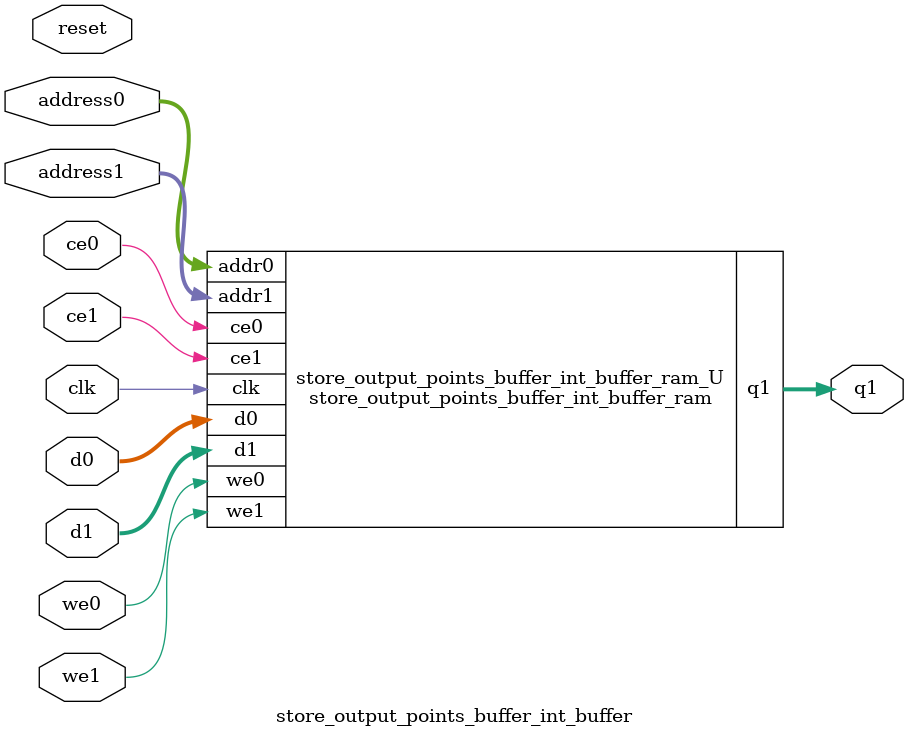
<source format=v>

`timescale 1 ns / 1 ps
module store_output_points_buffer_int_buffer_ram (addr0, ce0, d0, we0, addr1, ce1, d1, we1, q1,  clk);

parameter DWIDTH = 32;
parameter AWIDTH = 6;
parameter MEM_SIZE = 48;

input[AWIDTH-1:0] addr0;
input ce0;
input[DWIDTH-1:0] d0;
input we0;
input[AWIDTH-1:0] addr1;
input ce1;
input[DWIDTH-1:0] d1;
input we1;
output reg[DWIDTH-1:0] q1;
input clk;

(* ram_style = "block" *)reg [DWIDTH-1:0] ram[MEM_SIZE-1:0];




always @(posedge clk)  
begin 
    if (ce0) 
    begin
        if (we0) 
        begin 
            ram[addr0] <= d0; 
        end 
    end
end


always @(posedge clk)  
begin 
    if (ce1) 
    begin
        if (we1) 
        begin 
            ram[addr1] <= d1; 
            q1 <= d1;
        end 
        else 
            q1 <= ram[addr1];
    end
end


endmodule


`timescale 1 ns / 1 ps
module store_output_points_buffer_int_buffer(
    reset,
    clk,
    address0,
    ce0,
    we0,
    d0,
    address1,
    ce1,
    we1,
    d1,
    q1);

parameter DataWidth = 32'd32;
parameter AddressRange = 32'd48;
parameter AddressWidth = 32'd6;
input reset;
input clk;
input[AddressWidth - 1:0] address0;
input ce0;
input we0;
input[DataWidth - 1:0] d0;
input[AddressWidth - 1:0] address1;
input ce1;
input we1;
input[DataWidth - 1:0] d1;
output[DataWidth - 1:0] q1;




store_output_points_buffer_int_buffer_ram store_output_points_buffer_int_buffer_ram_U(
    .clk( clk ),
    .addr0( address0 ),
    .ce0( ce0 ),
    .d0( d0 ),
    .we0( we0 ),
    .addr1( address1 ),
    .ce1( ce1 ),
    .d1( d1 ),
    .we1( we1 ),
    .q1( q1 ));

endmodule


</source>
